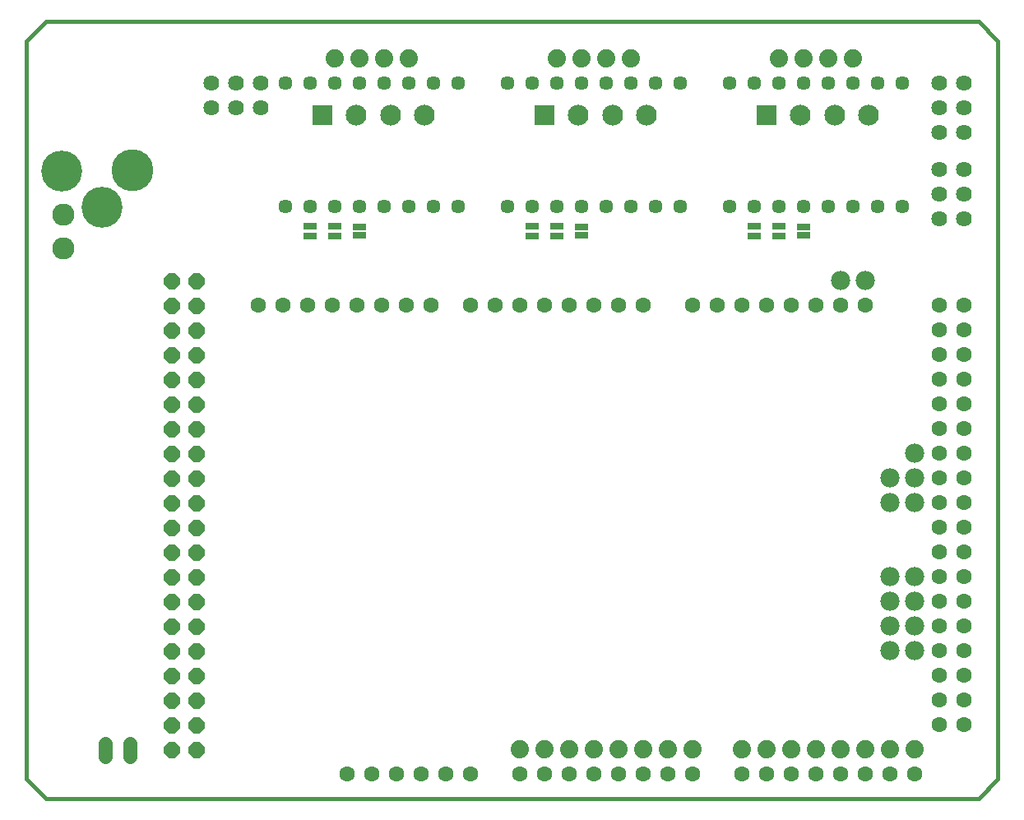
<source format=gbs>
G75*
%MOIN*%
%OFA0B0*%
%FSLAX25Y25*%
%IPPOS*%
%LPD*%
%AMOC8*
5,1,8,0,0,1.08239X$1,22.5*
%
%ADD10C,0.01600*%
%ADD11C,0.06306*%
%ADD12C,0.07400*%
%ADD13C,0.05715*%
%ADD14C,0.06400*%
%ADD15R,0.08400X0.08400*%
%ADD16C,0.08400*%
%ADD17C,0.09000*%
%ADD18R,0.05400X0.02900*%
%ADD19OC8,0.06400*%
%ADD20C,0.05800*%
%ADD21C,0.07800*%
%ADD22C,0.16998*%
%ADD23C,0.16600*%
D10*
X0016500Y0009674D02*
X0024374Y0001800D01*
X0402327Y0001800D01*
X0410201Y0009674D01*
X0410201Y0308887D01*
X0402327Y0316761D01*
X0024374Y0316761D01*
X0016500Y0308887D01*
X0016500Y0308800D02*
X0016500Y0009800D01*
D11*
X0146500Y0011800D03*
X0156500Y0011800D03*
X0166500Y0011800D03*
X0176500Y0011800D03*
X0186500Y0011800D03*
X0196500Y0011800D03*
X0216500Y0011800D03*
X0226500Y0011800D03*
X0236500Y0011800D03*
X0246500Y0011800D03*
X0256500Y0011800D03*
X0266500Y0011800D03*
X0276500Y0011800D03*
X0286500Y0011800D03*
X0306500Y0011800D03*
X0316500Y0011800D03*
X0326500Y0011800D03*
X0336500Y0011800D03*
X0346500Y0011800D03*
X0356500Y0011800D03*
X0366500Y0011800D03*
X0376500Y0011800D03*
X0386500Y0031800D03*
X0396500Y0031800D03*
X0396500Y0041800D03*
X0386500Y0041800D03*
X0386500Y0051800D03*
X0396500Y0051800D03*
X0396500Y0061800D03*
X0386500Y0061800D03*
X0386500Y0071800D03*
X0396500Y0071800D03*
X0396500Y0081800D03*
X0386500Y0081800D03*
X0386500Y0091800D03*
X0396500Y0091800D03*
X0396500Y0101800D03*
X0386500Y0101800D03*
X0386500Y0111800D03*
X0396500Y0111800D03*
X0396500Y0121800D03*
X0386500Y0121800D03*
X0386500Y0131800D03*
X0396500Y0131800D03*
X0396500Y0141800D03*
X0386500Y0141800D03*
X0386500Y0151800D03*
X0396500Y0151800D03*
X0396500Y0161800D03*
X0386500Y0161800D03*
X0386500Y0171800D03*
X0396500Y0171800D03*
X0396500Y0181800D03*
X0386500Y0181800D03*
X0386500Y0191800D03*
X0396500Y0191800D03*
X0396500Y0201800D03*
X0386500Y0201800D03*
X0356500Y0201800D03*
X0346500Y0201800D03*
X0336500Y0201800D03*
X0326500Y0201800D03*
X0316500Y0201800D03*
X0306500Y0201800D03*
X0296500Y0201800D03*
X0286500Y0201800D03*
X0266500Y0201800D03*
X0256500Y0201800D03*
X0246500Y0201800D03*
X0236500Y0201800D03*
X0226500Y0201800D03*
X0216500Y0201800D03*
X0206500Y0201800D03*
X0196500Y0201800D03*
X0180500Y0201800D03*
X0170500Y0201800D03*
X0160500Y0201800D03*
X0150500Y0201800D03*
X0140500Y0201800D03*
X0130500Y0201800D03*
X0120500Y0201800D03*
X0110500Y0201800D03*
D12*
X0141500Y0301800D03*
X0151500Y0301800D03*
X0161500Y0301800D03*
X0171500Y0301800D03*
X0231500Y0301800D03*
X0241500Y0301800D03*
X0251500Y0301800D03*
X0261500Y0301800D03*
X0321500Y0301800D03*
X0331500Y0301800D03*
X0341500Y0301800D03*
X0351500Y0301800D03*
X0346500Y0021800D03*
X0336500Y0021800D03*
X0326500Y0021800D03*
X0316500Y0021800D03*
X0306500Y0021800D03*
X0286500Y0021800D03*
X0276500Y0021800D03*
X0266500Y0021800D03*
X0256500Y0021800D03*
X0246500Y0021800D03*
X0236500Y0021800D03*
X0226500Y0021800D03*
X0216500Y0021800D03*
X0356500Y0021800D03*
X0366500Y0021800D03*
X0376500Y0021800D03*
D13*
X0371500Y0241800D03*
X0361500Y0241800D03*
X0351500Y0241800D03*
X0341500Y0241800D03*
X0331500Y0241800D03*
X0321500Y0241800D03*
X0311500Y0241800D03*
X0301500Y0241800D03*
X0281500Y0241800D03*
X0271500Y0241800D03*
X0261500Y0241800D03*
X0251500Y0241800D03*
X0241500Y0241800D03*
X0231500Y0241800D03*
X0221500Y0241800D03*
X0211500Y0241800D03*
X0191500Y0241800D03*
X0181500Y0241800D03*
X0171500Y0241800D03*
X0161500Y0241800D03*
X0151500Y0241800D03*
X0141500Y0241800D03*
X0131500Y0241800D03*
X0121500Y0241800D03*
X0121500Y0291800D03*
X0131500Y0291800D03*
X0141500Y0291800D03*
X0151500Y0291800D03*
X0161500Y0291800D03*
X0171500Y0291800D03*
X0181500Y0291800D03*
X0191500Y0291800D03*
X0211500Y0291800D03*
X0221500Y0291800D03*
X0231500Y0291800D03*
X0241500Y0291800D03*
X0251500Y0291800D03*
X0261500Y0291800D03*
X0271500Y0291800D03*
X0281500Y0291800D03*
X0301500Y0291800D03*
X0311500Y0291800D03*
X0321500Y0291800D03*
X0331500Y0291800D03*
X0341500Y0291800D03*
X0351500Y0291800D03*
X0361500Y0291800D03*
X0371500Y0291800D03*
D14*
X0386500Y0291800D03*
X0396500Y0291800D03*
X0396500Y0281800D03*
X0386500Y0281800D03*
X0386500Y0271800D03*
X0396500Y0271800D03*
X0396500Y0256800D03*
X0386500Y0256800D03*
X0386500Y0246800D03*
X0396500Y0246800D03*
X0396500Y0236800D03*
X0386500Y0236800D03*
X0111500Y0281800D03*
X0101500Y0281800D03*
X0101500Y0291800D03*
X0111500Y0291800D03*
X0091500Y0291800D03*
X0091500Y0281800D03*
D15*
X0136500Y0278800D03*
X0226500Y0278800D03*
X0316500Y0278800D03*
D16*
X0330280Y0278800D03*
X0344059Y0278800D03*
X0357839Y0278800D03*
X0267839Y0278800D03*
X0254059Y0278800D03*
X0240280Y0278800D03*
X0177839Y0278800D03*
X0164059Y0278800D03*
X0150280Y0278800D03*
D17*
X0031500Y0238493D03*
X0031500Y0224713D03*
D18*
X0131500Y0229800D03*
X0131500Y0233800D03*
X0141500Y0233800D03*
X0141500Y0229800D03*
X0151500Y0230028D03*
X0151500Y0233572D03*
X0221500Y0233800D03*
X0221500Y0229800D03*
X0231500Y0229800D03*
X0231500Y0233800D03*
X0241500Y0233572D03*
X0241500Y0230028D03*
X0311500Y0229800D03*
X0311500Y0233800D03*
X0321500Y0233800D03*
X0321500Y0229800D03*
X0331500Y0230028D03*
X0331500Y0233572D03*
D19*
X0085358Y0211367D03*
X0075358Y0211367D03*
X0075358Y0201367D03*
X0085358Y0201367D03*
X0085358Y0191367D03*
X0075358Y0191367D03*
X0075358Y0181367D03*
X0085358Y0181367D03*
X0085358Y0171367D03*
X0075358Y0171367D03*
X0075358Y0161367D03*
X0085358Y0161367D03*
X0085358Y0151367D03*
X0075358Y0151367D03*
X0075358Y0141367D03*
X0085358Y0141367D03*
X0085358Y0131367D03*
X0075358Y0131367D03*
X0075358Y0121367D03*
X0085358Y0121367D03*
X0085358Y0111367D03*
X0075358Y0111367D03*
X0075358Y0101367D03*
X0085358Y0101367D03*
X0085358Y0091367D03*
X0075358Y0091367D03*
X0075358Y0081367D03*
X0085358Y0081367D03*
X0085358Y0071367D03*
X0075358Y0071367D03*
X0075358Y0061367D03*
X0085358Y0061367D03*
X0085358Y0051367D03*
X0075358Y0051367D03*
X0075358Y0041367D03*
X0085358Y0041367D03*
X0085358Y0031367D03*
X0075358Y0031367D03*
X0075358Y0021367D03*
X0085358Y0021367D03*
D20*
X0058500Y0024000D02*
X0058500Y0018600D01*
X0048500Y0018600D02*
X0048500Y0024000D01*
D21*
X0346500Y0211800D03*
X0356500Y0211800D03*
X0376500Y0141800D03*
X0376500Y0131800D03*
X0376500Y0121800D03*
X0366500Y0121800D03*
X0366500Y0131800D03*
X0366500Y0091800D03*
X0366500Y0081800D03*
X0376500Y0081800D03*
X0376500Y0091800D03*
X0376500Y0071800D03*
X0376500Y0061800D03*
X0366500Y0061800D03*
X0366500Y0071800D03*
D22*
X0059637Y0256300D03*
D23*
X0047126Y0241491D03*
X0030815Y0256200D03*
M02*

</source>
